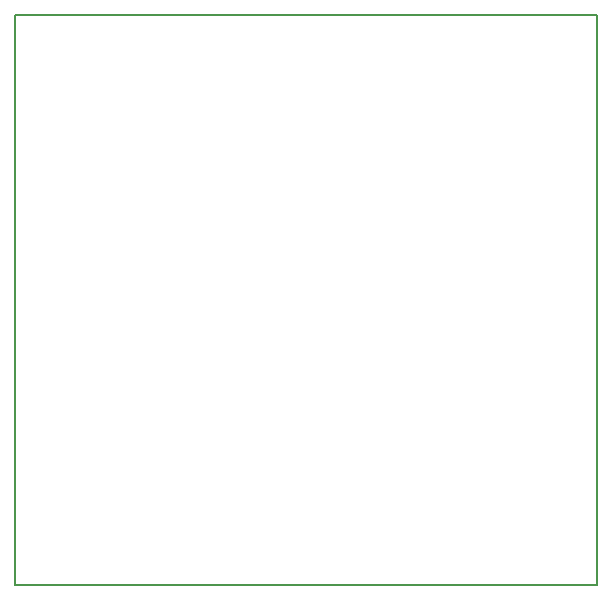
<source format=gbr>
G04 (created by PCBNEW (2013-may-18)-stable) date Пт 20 фев 2015 21:26:52*
%MOIN*%
G04 Gerber Fmt 3.4, Leading zero omitted, Abs format*
%FSLAX34Y34*%
G01*
G70*
G90*
G04 APERTURE LIST*
%ADD10C,0.00590551*%
G04 APERTURE END LIST*
G54D10*
X25000Y-39665D02*
X25000Y-39566D01*
X44389Y-39665D02*
X25000Y-39665D01*
X44389Y-20669D02*
X44389Y-39665D01*
X25000Y-20669D02*
X44389Y-20669D01*
X25000Y-20669D02*
X25000Y-39566D01*
M02*

</source>
